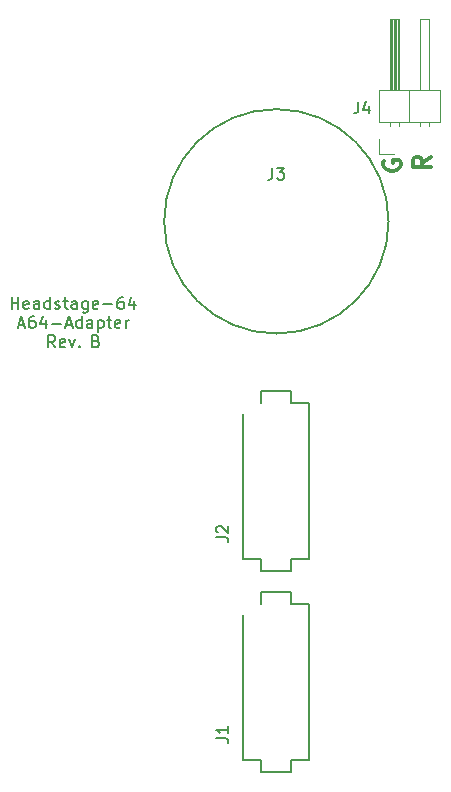
<source format=gbr>
%TF.GenerationSoftware,KiCad,Pcbnew,(7.0.0)*%
%TF.CreationDate,2024-01-30T15:23:45-05:00*%
%TF.ProjectId,eib-neuronexus-a64,6569622d-6e65-4757-926f-6e657875732d,B*%
%TF.SameCoordinates,Original*%
%TF.FileFunction,Legend,Top*%
%TF.FilePolarity,Positive*%
%FSLAX46Y46*%
G04 Gerber Fmt 4.6, Leading zero omitted, Abs format (unit mm)*
G04 Created by KiCad (PCBNEW (7.0.0)) date 2024-01-30 15:23:45*
%MOMM*%
%LPD*%
G01*
G04 APERTURE LIST*
%ADD10C,0.150000*%
%ADD11C,0.300000*%
%ADD12C,0.120000*%
%ADD13C,0.200000*%
G04 APERTURE END LIST*
D10*
X146500000Y-82000000D02*
G75*
G03*
X146500000Y-82000000I-9500000J0D01*
G01*
D11*
X146122500Y-76857142D02*
X146051071Y-77000000D01*
X146051071Y-77000000D02*
X146051071Y-77214285D01*
X146051071Y-77214285D02*
X146122500Y-77428571D01*
X146122500Y-77428571D02*
X146265357Y-77571428D01*
X146265357Y-77571428D02*
X146408214Y-77642857D01*
X146408214Y-77642857D02*
X146693928Y-77714285D01*
X146693928Y-77714285D02*
X146908214Y-77714285D01*
X146908214Y-77714285D02*
X147193928Y-77642857D01*
X147193928Y-77642857D02*
X147336785Y-77571428D01*
X147336785Y-77571428D02*
X147479642Y-77428571D01*
X147479642Y-77428571D02*
X147551071Y-77214285D01*
X147551071Y-77214285D02*
X147551071Y-77071428D01*
X147551071Y-77071428D02*
X147479642Y-76857142D01*
X147479642Y-76857142D02*
X147408214Y-76785714D01*
X147408214Y-76785714D02*
X146908214Y-76785714D01*
X146908214Y-76785714D02*
X146908214Y-77071428D01*
D10*
X114585714Y-89417380D02*
X114585714Y-88417380D01*
X114585714Y-88893571D02*
X115157142Y-88893571D01*
X115157142Y-89417380D02*
X115157142Y-88417380D01*
X116014285Y-89369761D02*
X115919047Y-89417380D01*
X115919047Y-89417380D02*
X115728571Y-89417380D01*
X115728571Y-89417380D02*
X115633333Y-89369761D01*
X115633333Y-89369761D02*
X115585714Y-89274523D01*
X115585714Y-89274523D02*
X115585714Y-88893571D01*
X115585714Y-88893571D02*
X115633333Y-88798333D01*
X115633333Y-88798333D02*
X115728571Y-88750714D01*
X115728571Y-88750714D02*
X115919047Y-88750714D01*
X115919047Y-88750714D02*
X116014285Y-88798333D01*
X116014285Y-88798333D02*
X116061904Y-88893571D01*
X116061904Y-88893571D02*
X116061904Y-88988809D01*
X116061904Y-88988809D02*
X115585714Y-89084047D01*
X116919047Y-89417380D02*
X116919047Y-88893571D01*
X116919047Y-88893571D02*
X116871428Y-88798333D01*
X116871428Y-88798333D02*
X116776190Y-88750714D01*
X116776190Y-88750714D02*
X116585714Y-88750714D01*
X116585714Y-88750714D02*
X116490476Y-88798333D01*
X116919047Y-89369761D02*
X116823809Y-89417380D01*
X116823809Y-89417380D02*
X116585714Y-89417380D01*
X116585714Y-89417380D02*
X116490476Y-89369761D01*
X116490476Y-89369761D02*
X116442857Y-89274523D01*
X116442857Y-89274523D02*
X116442857Y-89179285D01*
X116442857Y-89179285D02*
X116490476Y-89084047D01*
X116490476Y-89084047D02*
X116585714Y-89036428D01*
X116585714Y-89036428D02*
X116823809Y-89036428D01*
X116823809Y-89036428D02*
X116919047Y-88988809D01*
X117823809Y-89417380D02*
X117823809Y-88417380D01*
X117823809Y-89369761D02*
X117728571Y-89417380D01*
X117728571Y-89417380D02*
X117538095Y-89417380D01*
X117538095Y-89417380D02*
X117442857Y-89369761D01*
X117442857Y-89369761D02*
X117395238Y-89322142D01*
X117395238Y-89322142D02*
X117347619Y-89226904D01*
X117347619Y-89226904D02*
X117347619Y-88941190D01*
X117347619Y-88941190D02*
X117395238Y-88845952D01*
X117395238Y-88845952D02*
X117442857Y-88798333D01*
X117442857Y-88798333D02*
X117538095Y-88750714D01*
X117538095Y-88750714D02*
X117728571Y-88750714D01*
X117728571Y-88750714D02*
X117823809Y-88798333D01*
X118252381Y-89369761D02*
X118347619Y-89417380D01*
X118347619Y-89417380D02*
X118538095Y-89417380D01*
X118538095Y-89417380D02*
X118633333Y-89369761D01*
X118633333Y-89369761D02*
X118680952Y-89274523D01*
X118680952Y-89274523D02*
X118680952Y-89226904D01*
X118680952Y-89226904D02*
X118633333Y-89131666D01*
X118633333Y-89131666D02*
X118538095Y-89084047D01*
X118538095Y-89084047D02*
X118395238Y-89084047D01*
X118395238Y-89084047D02*
X118300000Y-89036428D01*
X118300000Y-89036428D02*
X118252381Y-88941190D01*
X118252381Y-88941190D02*
X118252381Y-88893571D01*
X118252381Y-88893571D02*
X118300000Y-88798333D01*
X118300000Y-88798333D02*
X118395238Y-88750714D01*
X118395238Y-88750714D02*
X118538095Y-88750714D01*
X118538095Y-88750714D02*
X118633333Y-88798333D01*
X118966667Y-88750714D02*
X119347619Y-88750714D01*
X119109524Y-88417380D02*
X119109524Y-89274523D01*
X119109524Y-89274523D02*
X119157143Y-89369761D01*
X119157143Y-89369761D02*
X119252381Y-89417380D01*
X119252381Y-89417380D02*
X119347619Y-89417380D01*
X120109524Y-89417380D02*
X120109524Y-88893571D01*
X120109524Y-88893571D02*
X120061905Y-88798333D01*
X120061905Y-88798333D02*
X119966667Y-88750714D01*
X119966667Y-88750714D02*
X119776191Y-88750714D01*
X119776191Y-88750714D02*
X119680953Y-88798333D01*
X120109524Y-89369761D02*
X120014286Y-89417380D01*
X120014286Y-89417380D02*
X119776191Y-89417380D01*
X119776191Y-89417380D02*
X119680953Y-89369761D01*
X119680953Y-89369761D02*
X119633334Y-89274523D01*
X119633334Y-89274523D02*
X119633334Y-89179285D01*
X119633334Y-89179285D02*
X119680953Y-89084047D01*
X119680953Y-89084047D02*
X119776191Y-89036428D01*
X119776191Y-89036428D02*
X120014286Y-89036428D01*
X120014286Y-89036428D02*
X120109524Y-88988809D01*
X121014286Y-88750714D02*
X121014286Y-89560238D01*
X121014286Y-89560238D02*
X120966667Y-89655476D01*
X120966667Y-89655476D02*
X120919048Y-89703095D01*
X120919048Y-89703095D02*
X120823810Y-89750714D01*
X120823810Y-89750714D02*
X120680953Y-89750714D01*
X120680953Y-89750714D02*
X120585715Y-89703095D01*
X121014286Y-89369761D02*
X120919048Y-89417380D01*
X120919048Y-89417380D02*
X120728572Y-89417380D01*
X120728572Y-89417380D02*
X120633334Y-89369761D01*
X120633334Y-89369761D02*
X120585715Y-89322142D01*
X120585715Y-89322142D02*
X120538096Y-89226904D01*
X120538096Y-89226904D02*
X120538096Y-88941190D01*
X120538096Y-88941190D02*
X120585715Y-88845952D01*
X120585715Y-88845952D02*
X120633334Y-88798333D01*
X120633334Y-88798333D02*
X120728572Y-88750714D01*
X120728572Y-88750714D02*
X120919048Y-88750714D01*
X120919048Y-88750714D02*
X121014286Y-88798333D01*
X121871429Y-89369761D02*
X121776191Y-89417380D01*
X121776191Y-89417380D02*
X121585715Y-89417380D01*
X121585715Y-89417380D02*
X121490477Y-89369761D01*
X121490477Y-89369761D02*
X121442858Y-89274523D01*
X121442858Y-89274523D02*
X121442858Y-88893571D01*
X121442858Y-88893571D02*
X121490477Y-88798333D01*
X121490477Y-88798333D02*
X121585715Y-88750714D01*
X121585715Y-88750714D02*
X121776191Y-88750714D01*
X121776191Y-88750714D02*
X121871429Y-88798333D01*
X121871429Y-88798333D02*
X121919048Y-88893571D01*
X121919048Y-88893571D02*
X121919048Y-88988809D01*
X121919048Y-88988809D02*
X121442858Y-89084047D01*
X122347620Y-89036428D02*
X123109525Y-89036428D01*
X124014286Y-88417380D02*
X123823810Y-88417380D01*
X123823810Y-88417380D02*
X123728572Y-88465000D01*
X123728572Y-88465000D02*
X123680953Y-88512619D01*
X123680953Y-88512619D02*
X123585715Y-88655476D01*
X123585715Y-88655476D02*
X123538096Y-88845952D01*
X123538096Y-88845952D02*
X123538096Y-89226904D01*
X123538096Y-89226904D02*
X123585715Y-89322142D01*
X123585715Y-89322142D02*
X123633334Y-89369761D01*
X123633334Y-89369761D02*
X123728572Y-89417380D01*
X123728572Y-89417380D02*
X123919048Y-89417380D01*
X123919048Y-89417380D02*
X124014286Y-89369761D01*
X124014286Y-89369761D02*
X124061905Y-89322142D01*
X124061905Y-89322142D02*
X124109524Y-89226904D01*
X124109524Y-89226904D02*
X124109524Y-88988809D01*
X124109524Y-88988809D02*
X124061905Y-88893571D01*
X124061905Y-88893571D02*
X124014286Y-88845952D01*
X124014286Y-88845952D02*
X123919048Y-88798333D01*
X123919048Y-88798333D02*
X123728572Y-88798333D01*
X123728572Y-88798333D02*
X123633334Y-88845952D01*
X123633334Y-88845952D02*
X123585715Y-88893571D01*
X123585715Y-88893571D02*
X123538096Y-88988809D01*
X124966667Y-88750714D02*
X124966667Y-89417380D01*
X124728572Y-88369761D02*
X124490477Y-89084047D01*
X124490477Y-89084047D02*
X125109524Y-89084047D01*
X115180952Y-90751666D02*
X115657142Y-90751666D01*
X115085714Y-91037380D02*
X115419047Y-90037380D01*
X115419047Y-90037380D02*
X115752380Y-91037380D01*
X116514285Y-90037380D02*
X116323809Y-90037380D01*
X116323809Y-90037380D02*
X116228571Y-90085000D01*
X116228571Y-90085000D02*
X116180952Y-90132619D01*
X116180952Y-90132619D02*
X116085714Y-90275476D01*
X116085714Y-90275476D02*
X116038095Y-90465952D01*
X116038095Y-90465952D02*
X116038095Y-90846904D01*
X116038095Y-90846904D02*
X116085714Y-90942142D01*
X116085714Y-90942142D02*
X116133333Y-90989761D01*
X116133333Y-90989761D02*
X116228571Y-91037380D01*
X116228571Y-91037380D02*
X116419047Y-91037380D01*
X116419047Y-91037380D02*
X116514285Y-90989761D01*
X116514285Y-90989761D02*
X116561904Y-90942142D01*
X116561904Y-90942142D02*
X116609523Y-90846904D01*
X116609523Y-90846904D02*
X116609523Y-90608809D01*
X116609523Y-90608809D02*
X116561904Y-90513571D01*
X116561904Y-90513571D02*
X116514285Y-90465952D01*
X116514285Y-90465952D02*
X116419047Y-90418333D01*
X116419047Y-90418333D02*
X116228571Y-90418333D01*
X116228571Y-90418333D02*
X116133333Y-90465952D01*
X116133333Y-90465952D02*
X116085714Y-90513571D01*
X116085714Y-90513571D02*
X116038095Y-90608809D01*
X117466666Y-90370714D02*
X117466666Y-91037380D01*
X117228571Y-89989761D02*
X116990476Y-90704047D01*
X116990476Y-90704047D02*
X117609523Y-90704047D01*
X117990476Y-90656428D02*
X118752381Y-90656428D01*
X119180952Y-90751666D02*
X119657142Y-90751666D01*
X119085714Y-91037380D02*
X119419047Y-90037380D01*
X119419047Y-90037380D02*
X119752380Y-91037380D01*
X120514285Y-91037380D02*
X120514285Y-90037380D01*
X120514285Y-90989761D02*
X120419047Y-91037380D01*
X120419047Y-91037380D02*
X120228571Y-91037380D01*
X120228571Y-91037380D02*
X120133333Y-90989761D01*
X120133333Y-90989761D02*
X120085714Y-90942142D01*
X120085714Y-90942142D02*
X120038095Y-90846904D01*
X120038095Y-90846904D02*
X120038095Y-90561190D01*
X120038095Y-90561190D02*
X120085714Y-90465952D01*
X120085714Y-90465952D02*
X120133333Y-90418333D01*
X120133333Y-90418333D02*
X120228571Y-90370714D01*
X120228571Y-90370714D02*
X120419047Y-90370714D01*
X120419047Y-90370714D02*
X120514285Y-90418333D01*
X121419047Y-91037380D02*
X121419047Y-90513571D01*
X121419047Y-90513571D02*
X121371428Y-90418333D01*
X121371428Y-90418333D02*
X121276190Y-90370714D01*
X121276190Y-90370714D02*
X121085714Y-90370714D01*
X121085714Y-90370714D02*
X120990476Y-90418333D01*
X121419047Y-90989761D02*
X121323809Y-91037380D01*
X121323809Y-91037380D02*
X121085714Y-91037380D01*
X121085714Y-91037380D02*
X120990476Y-90989761D01*
X120990476Y-90989761D02*
X120942857Y-90894523D01*
X120942857Y-90894523D02*
X120942857Y-90799285D01*
X120942857Y-90799285D02*
X120990476Y-90704047D01*
X120990476Y-90704047D02*
X121085714Y-90656428D01*
X121085714Y-90656428D02*
X121323809Y-90656428D01*
X121323809Y-90656428D02*
X121419047Y-90608809D01*
X121895238Y-90370714D02*
X121895238Y-91370714D01*
X121895238Y-90418333D02*
X121990476Y-90370714D01*
X121990476Y-90370714D02*
X122180952Y-90370714D01*
X122180952Y-90370714D02*
X122276190Y-90418333D01*
X122276190Y-90418333D02*
X122323809Y-90465952D01*
X122323809Y-90465952D02*
X122371428Y-90561190D01*
X122371428Y-90561190D02*
X122371428Y-90846904D01*
X122371428Y-90846904D02*
X122323809Y-90942142D01*
X122323809Y-90942142D02*
X122276190Y-90989761D01*
X122276190Y-90989761D02*
X122180952Y-91037380D01*
X122180952Y-91037380D02*
X121990476Y-91037380D01*
X121990476Y-91037380D02*
X121895238Y-90989761D01*
X122657143Y-90370714D02*
X123038095Y-90370714D01*
X122800000Y-90037380D02*
X122800000Y-90894523D01*
X122800000Y-90894523D02*
X122847619Y-90989761D01*
X122847619Y-90989761D02*
X122942857Y-91037380D01*
X122942857Y-91037380D02*
X123038095Y-91037380D01*
X123752381Y-90989761D02*
X123657143Y-91037380D01*
X123657143Y-91037380D02*
X123466667Y-91037380D01*
X123466667Y-91037380D02*
X123371429Y-90989761D01*
X123371429Y-90989761D02*
X123323810Y-90894523D01*
X123323810Y-90894523D02*
X123323810Y-90513571D01*
X123323810Y-90513571D02*
X123371429Y-90418333D01*
X123371429Y-90418333D02*
X123466667Y-90370714D01*
X123466667Y-90370714D02*
X123657143Y-90370714D01*
X123657143Y-90370714D02*
X123752381Y-90418333D01*
X123752381Y-90418333D02*
X123800000Y-90513571D01*
X123800000Y-90513571D02*
X123800000Y-90608809D01*
X123800000Y-90608809D02*
X123323810Y-90704047D01*
X124228572Y-91037380D02*
X124228572Y-90370714D01*
X124228572Y-90561190D02*
X124276191Y-90465952D01*
X124276191Y-90465952D02*
X124323810Y-90418333D01*
X124323810Y-90418333D02*
X124419048Y-90370714D01*
X124419048Y-90370714D02*
X124514286Y-90370714D01*
X118261904Y-92657380D02*
X117928571Y-92181190D01*
X117690476Y-92657380D02*
X117690476Y-91657380D01*
X117690476Y-91657380D02*
X118071428Y-91657380D01*
X118071428Y-91657380D02*
X118166666Y-91705000D01*
X118166666Y-91705000D02*
X118214285Y-91752619D01*
X118214285Y-91752619D02*
X118261904Y-91847857D01*
X118261904Y-91847857D02*
X118261904Y-91990714D01*
X118261904Y-91990714D02*
X118214285Y-92085952D01*
X118214285Y-92085952D02*
X118166666Y-92133571D01*
X118166666Y-92133571D02*
X118071428Y-92181190D01*
X118071428Y-92181190D02*
X117690476Y-92181190D01*
X119071428Y-92609761D02*
X118976190Y-92657380D01*
X118976190Y-92657380D02*
X118785714Y-92657380D01*
X118785714Y-92657380D02*
X118690476Y-92609761D01*
X118690476Y-92609761D02*
X118642857Y-92514523D01*
X118642857Y-92514523D02*
X118642857Y-92133571D01*
X118642857Y-92133571D02*
X118690476Y-92038333D01*
X118690476Y-92038333D02*
X118785714Y-91990714D01*
X118785714Y-91990714D02*
X118976190Y-91990714D01*
X118976190Y-91990714D02*
X119071428Y-92038333D01*
X119071428Y-92038333D02*
X119119047Y-92133571D01*
X119119047Y-92133571D02*
X119119047Y-92228809D01*
X119119047Y-92228809D02*
X118642857Y-92324047D01*
X119452381Y-91990714D02*
X119690476Y-92657380D01*
X119690476Y-92657380D02*
X119928571Y-91990714D01*
X120309524Y-92562142D02*
X120357143Y-92609761D01*
X120357143Y-92609761D02*
X120309524Y-92657380D01*
X120309524Y-92657380D02*
X120261905Y-92609761D01*
X120261905Y-92609761D02*
X120309524Y-92562142D01*
X120309524Y-92562142D02*
X120309524Y-92657380D01*
X121719047Y-92133571D02*
X121861904Y-92181190D01*
X121861904Y-92181190D02*
X121909523Y-92228809D01*
X121909523Y-92228809D02*
X121957142Y-92324047D01*
X121957142Y-92324047D02*
X121957142Y-92466904D01*
X121957142Y-92466904D02*
X121909523Y-92562142D01*
X121909523Y-92562142D02*
X121861904Y-92609761D01*
X121861904Y-92609761D02*
X121766666Y-92657380D01*
X121766666Y-92657380D02*
X121385714Y-92657380D01*
X121385714Y-92657380D02*
X121385714Y-91657380D01*
X121385714Y-91657380D02*
X121719047Y-91657380D01*
X121719047Y-91657380D02*
X121814285Y-91705000D01*
X121814285Y-91705000D02*
X121861904Y-91752619D01*
X121861904Y-91752619D02*
X121909523Y-91847857D01*
X121909523Y-91847857D02*
X121909523Y-91943095D01*
X121909523Y-91943095D02*
X121861904Y-92038333D01*
X121861904Y-92038333D02*
X121814285Y-92085952D01*
X121814285Y-92085952D02*
X121719047Y-92133571D01*
X121719047Y-92133571D02*
X121385714Y-92133571D01*
D11*
X150051071Y-76535714D02*
X149336785Y-77035714D01*
X150051071Y-77392857D02*
X148551071Y-77392857D01*
X148551071Y-77392857D02*
X148551071Y-76821428D01*
X148551071Y-76821428D02*
X148622500Y-76678571D01*
X148622500Y-76678571D02*
X148693928Y-76607142D01*
X148693928Y-76607142D02*
X148836785Y-76535714D01*
X148836785Y-76535714D02*
X149051071Y-76535714D01*
X149051071Y-76535714D02*
X149193928Y-76607142D01*
X149193928Y-76607142D02*
X149265357Y-76678571D01*
X149265357Y-76678571D02*
X149336785Y-76821428D01*
X149336785Y-76821428D02*
X149336785Y-77392857D01*
D10*
%TO.C,J4*%
X143916666Y-71867380D02*
X143916666Y-72581666D01*
X143916666Y-72581666D02*
X143869047Y-72724523D01*
X143869047Y-72724523D02*
X143773809Y-72819761D01*
X143773809Y-72819761D02*
X143630952Y-72867380D01*
X143630952Y-72867380D02*
X143535714Y-72867380D01*
X144821428Y-72200714D02*
X144821428Y-72867380D01*
X144583333Y-71819761D02*
X144345238Y-72534047D01*
X144345238Y-72534047D02*
X144964285Y-72534047D01*
%TO.C,J2*%
X131922380Y-108763333D02*
X132636666Y-108763333D01*
X132636666Y-108763333D02*
X132779523Y-108810952D01*
X132779523Y-108810952D02*
X132874761Y-108906190D01*
X132874761Y-108906190D02*
X132922380Y-109049047D01*
X132922380Y-109049047D02*
X132922380Y-109144285D01*
X132017619Y-108334761D02*
X131970000Y-108287142D01*
X131970000Y-108287142D02*
X131922380Y-108191904D01*
X131922380Y-108191904D02*
X131922380Y-107953809D01*
X131922380Y-107953809D02*
X131970000Y-107858571D01*
X131970000Y-107858571D02*
X132017619Y-107810952D01*
X132017619Y-107810952D02*
X132112857Y-107763333D01*
X132112857Y-107763333D02*
X132208095Y-107763333D01*
X132208095Y-107763333D02*
X132350952Y-107810952D01*
X132350952Y-107810952D02*
X132922380Y-108382380D01*
X132922380Y-108382380D02*
X132922380Y-107763333D01*
%TO.C,J1*%
X131922380Y-125763333D02*
X132636666Y-125763333D01*
X132636666Y-125763333D02*
X132779523Y-125810952D01*
X132779523Y-125810952D02*
X132874761Y-125906190D01*
X132874761Y-125906190D02*
X132922380Y-126049047D01*
X132922380Y-126049047D02*
X132922380Y-126144285D01*
X132922380Y-124763333D02*
X132922380Y-125334761D01*
X132922380Y-125049047D02*
X131922380Y-125049047D01*
X131922380Y-125049047D02*
X132065238Y-125144285D01*
X132065238Y-125144285D02*
X132160476Y-125239523D01*
X132160476Y-125239523D02*
X132208095Y-125334761D01*
%TO.C,J3*%
X136666666Y-77467380D02*
X136666666Y-78181666D01*
X136666666Y-78181666D02*
X136619047Y-78324523D01*
X136619047Y-78324523D02*
X136523809Y-78419761D01*
X136523809Y-78419761D02*
X136380952Y-78467380D01*
X136380952Y-78467380D02*
X136285714Y-78467380D01*
X137047619Y-77467380D02*
X137666666Y-77467380D01*
X137666666Y-77467380D02*
X137333333Y-77848333D01*
X137333333Y-77848333D02*
X137476190Y-77848333D01*
X137476190Y-77848333D02*
X137571428Y-77895952D01*
X137571428Y-77895952D02*
X137619047Y-77943571D01*
X137619047Y-77943571D02*
X137666666Y-78038809D01*
X137666666Y-78038809D02*
X137666666Y-78276904D01*
X137666666Y-78276904D02*
X137619047Y-78372142D01*
X137619047Y-78372142D02*
X137571428Y-78419761D01*
X137571428Y-78419761D02*
X137476190Y-78467380D01*
X137476190Y-78467380D02*
X137190476Y-78467380D01*
X137190476Y-78467380D02*
X137095238Y-78419761D01*
X137095238Y-78419761D02*
X137047619Y-78372142D01*
D12*
%TO.C,J4*%
X146620000Y-64900000D02*
X147380000Y-64900000D01*
X147380000Y-64900000D02*
X147380000Y-70900000D01*
X146620000Y-70900000D02*
X146620000Y-64900000D01*
X150870000Y-73560000D02*
X150870000Y-70900000D01*
X147000000Y-76270000D02*
X145730000Y-76270000D01*
X146920000Y-70900000D02*
X146920000Y-64900000D01*
X149160000Y-70900000D02*
X149160000Y-64900000D01*
X149920000Y-64900000D02*
X149920000Y-70900000D01*
X147040000Y-70900000D02*
X147040000Y-64900000D01*
X146800000Y-70900000D02*
X146800000Y-64900000D01*
X149160000Y-73957071D02*
X149160000Y-73560000D01*
X147380000Y-73890000D02*
X147380000Y-73560000D01*
X145670000Y-73560000D02*
X150870000Y-73560000D01*
X149920000Y-73957071D02*
X149920000Y-73560000D01*
X147160000Y-70900000D02*
X147160000Y-64900000D01*
X148270000Y-73560000D02*
X148270000Y-70900000D01*
X145730000Y-76270000D02*
X145730000Y-75000000D01*
X146680000Y-70900000D02*
X146680000Y-64900000D01*
X150870000Y-70900000D02*
X145670000Y-70900000D01*
X147280000Y-70900000D02*
X147280000Y-64900000D01*
X149160000Y-64900000D02*
X149920000Y-64900000D01*
X145670000Y-70900000D02*
X145670000Y-73560000D01*
X146620000Y-73890000D02*
X146620000Y-73560000D01*
D13*
%TO.C,J2*%
X134205000Y-110605000D02*
X135730000Y-110605000D01*
X138270000Y-96380000D02*
X135730000Y-96380000D01*
X139795000Y-97395000D02*
X138270000Y-97395000D01*
X135730000Y-97395000D02*
X135730000Y-96380000D01*
X134205000Y-110605000D02*
X134205000Y-98300000D01*
X138270000Y-111620000D02*
X135730000Y-111620000D01*
X135730000Y-110605000D02*
X135730000Y-111620000D01*
X138270000Y-110605000D02*
X138270000Y-111620000D01*
X138270000Y-97395000D02*
X138270000Y-96380000D01*
X139795000Y-110605000D02*
X139795000Y-97395000D01*
X139795000Y-110605000D02*
X138270000Y-110605000D01*
%TO.C,J1*%
X139795000Y-114395000D02*
X138270000Y-114395000D01*
X138270000Y-113380000D02*
X135730000Y-113380000D01*
X139795000Y-127605000D02*
X139795000Y-114395000D01*
X138270000Y-127605000D02*
X138270000Y-128620000D01*
X138270000Y-128620000D02*
X135730000Y-128620000D01*
X135730000Y-114395000D02*
X135730000Y-113380000D01*
X135730000Y-127605000D02*
X135730000Y-128620000D01*
X134205000Y-127605000D02*
X135730000Y-127605000D01*
X138270000Y-114395000D02*
X138270000Y-113380000D01*
X139795000Y-127605000D02*
X138270000Y-127605000D01*
X134205000Y-127605000D02*
X134205000Y-115300000D01*
%TD*%
M02*

</source>
